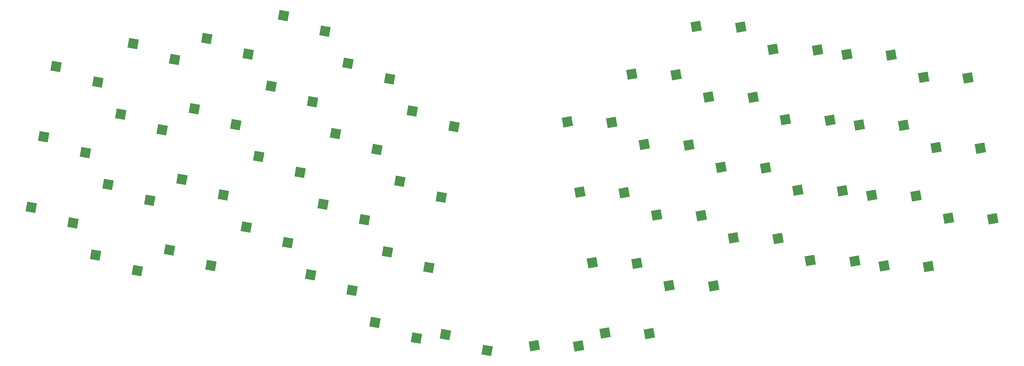
<source format=gbr>
%TF.GenerationSoftware,KiCad,Pcbnew,7.0.5*%
%TF.CreationDate,2023-10-19T00:16:17+09:00*%
%TF.ProjectId,keyboard_011 rev.2.0,6b657962-6f61-4726-945f-303131207265,Rev.2.0*%
%TF.SameCoordinates,Original*%
%TF.FileFunction,Paste,Bot*%
%TF.FilePolarity,Positive*%
%FSLAX46Y46*%
G04 Gerber Fmt 4.6, Leading zero omitted, Abs format (unit mm)*
G04 Created by KiCad (PCBNEW 7.0.5) date 2023-10-19 00:16:17*
%MOMM*%
%LPD*%
G01*
G04 APERTURE LIST*
G04 Aperture macros list*
%AMRotRect*
0 Rectangle, with rotation*
0 The origin of the aperture is its center*
0 $1 length*
0 $2 width*
0 $3 Rotation angle, in degrees counterclockwise*
0 Add horizontal line*
21,1,$1,$2,0,0,$3*%
G04 Aperture macros list end*
%ADD10RotRect,2.600000X2.600000X190.000000*%
%ADD11RotRect,2.600000X2.600000X170.000000*%
G04 APERTURE END LIST*
D10*
%TO.C,SW42*%
X87413594Y-15874869D03*
X99219390Y-16027127D03*
%TD*%
D11*
%TO.C,SW41*%
X63863597Y-12982509D03*
X74905341Y-17163405D03*
%TD*%
D10*
%TO.C,SW47*%
X180399594Y5360631D03*
X192205390Y5208373D03*
%TD*%
%TO.C,SW46*%
X160809594Y6750631D03*
X172615390Y6598373D03*
%TD*%
%TO.C,SW45*%
X140389594Y12820631D03*
X152195390Y12668373D03*
%TD*%
%TO.C,SW44*%
X123289594Y130631D03*
X135095390Y-21627D03*
%TD*%
%TO.C,SW43*%
X106208594Y-12527069D03*
X118014390Y-12679327D03*
%TD*%
D11*
%TO.C,SW40*%
X45102897Y-9688009D03*
X56144641Y-13868905D03*
%TD*%
%TO.C,SW39*%
X28003197Y3007991D03*
X39044941Y-1172905D03*
%TD*%
%TO.C,SW38*%
X10896797Y15694891D03*
X21938541Y11513995D03*
%TD*%
%TO.C,SW37*%
X-9516803Y9617991D03*
X1524941Y5437095D03*
%TD*%
%TO.C,SW36*%
X-29106803Y8247991D03*
X-18065059Y4067095D03*
%TD*%
D10*
%TO.C,SW35*%
X197499594Y18050631D03*
X209305390Y17898373D03*
%TD*%
%TO.C,SW34*%
X177085994Y24117431D03*
X188891790Y23965173D03*
%TD*%
%TO.C,SW33*%
X157499594Y25510631D03*
X169305390Y25358373D03*
%TD*%
%TO.C,SW32*%
X137089594Y31580631D03*
X148895390Y31428373D03*
%TD*%
%TO.C,SW31*%
X119979594Y18890631D03*
X131785390Y18738373D03*
%TD*%
%TO.C,SW30*%
X102869594Y6210631D03*
X114675390Y6058373D03*
%TD*%
D11*
%TO.C,SW29*%
X48413197Y9077991D03*
X59454941Y4897095D03*
%TD*%
%TO.C,SW28*%
X31313197Y21767991D03*
X42354941Y17587095D03*
%TD*%
%TO.C,SW27*%
X14203197Y34457991D03*
X25244941Y30277095D03*
%TD*%
%TO.C,SW26*%
X-6213203Y28384891D03*
X4828541Y24203995D03*
%TD*%
%TO.C,SW25*%
X-25796803Y26997991D03*
X-14755059Y22817095D03*
%TD*%
%TO.C,SW24*%
X-46216803Y20927991D03*
X-35175059Y16747095D03*
%TD*%
D10*
%TO.C,SW23*%
X194189594Y36810631D03*
X205995390Y36658373D03*
%TD*%
%TO.C,SW22*%
X173769594Y42880631D03*
X185575390Y42728373D03*
%TD*%
%TO.C,SW21*%
X154189594Y44270631D03*
X165995390Y44118373D03*
%TD*%
%TO.C,SW20*%
X133779594Y50340631D03*
X145585390Y50188373D03*
%TD*%
%TO.C,SW19*%
X116669594Y37660631D03*
X128475390Y37508373D03*
%TD*%
%TO.C,SW18*%
X99559594Y24960631D03*
X111365390Y24808373D03*
%TD*%
D11*
%TO.C,SW17*%
X51726797Y27854791D03*
X62768541Y23673895D03*
%TD*%
%TO.C,SW16*%
X34616797Y40534891D03*
X45658541Y36353995D03*
%TD*%
%TO.C,SW15*%
X17513197Y53217991D03*
X28554941Y49037095D03*
%TD*%
%TO.C,SW14*%
X-2906803Y47147991D03*
X8134941Y42967095D03*
%TD*%
%TO.C,SW13*%
X-22486803Y45757991D03*
X-11445059Y41577095D03*
%TD*%
%TO.C,SW12*%
X-42906803Y39687991D03*
X-31865059Y35507095D03*
%TD*%
D10*
%TO.C,SW11*%
X190885994Y55577431D03*
X202691790Y55425173D03*
%TD*%
%TO.C,SW10*%
X170469594Y61650631D03*
X182275390Y61498373D03*
%TD*%
%TO.C,SW9*%
X150879594Y63020631D03*
X162685390Y62868373D03*
%TD*%
%TO.C,SW8*%
X130469594Y69100631D03*
X142275390Y68948373D03*
%TD*%
%TO.C,SW7*%
X113355994Y56407431D03*
X125161790Y56255173D03*
%TD*%
%TO.C,SW6*%
X96249594Y43720631D03*
X108055390Y43568373D03*
%TD*%
D11*
%TO.C,SW5*%
X55033197Y46597991D03*
X66074941Y42417095D03*
%TD*%
%TO.C,SW4*%
X37933197Y59287991D03*
X48974941Y55107095D03*
%TD*%
%TO.C,SW3*%
X20823197Y71977991D03*
X31864941Y67797095D03*
%TD*%
%TO.C,SW2*%
X403197Y65907991D03*
X11444941Y61727095D03*
%TD*%
%TO.C,SW1*%
X-19176803Y64517991D03*
X-8135059Y60337095D03*
%TD*%
%TO.C,SW0*%
X-39596803Y58447991D03*
X-28555059Y54267095D03*
%TD*%
M02*

</source>
